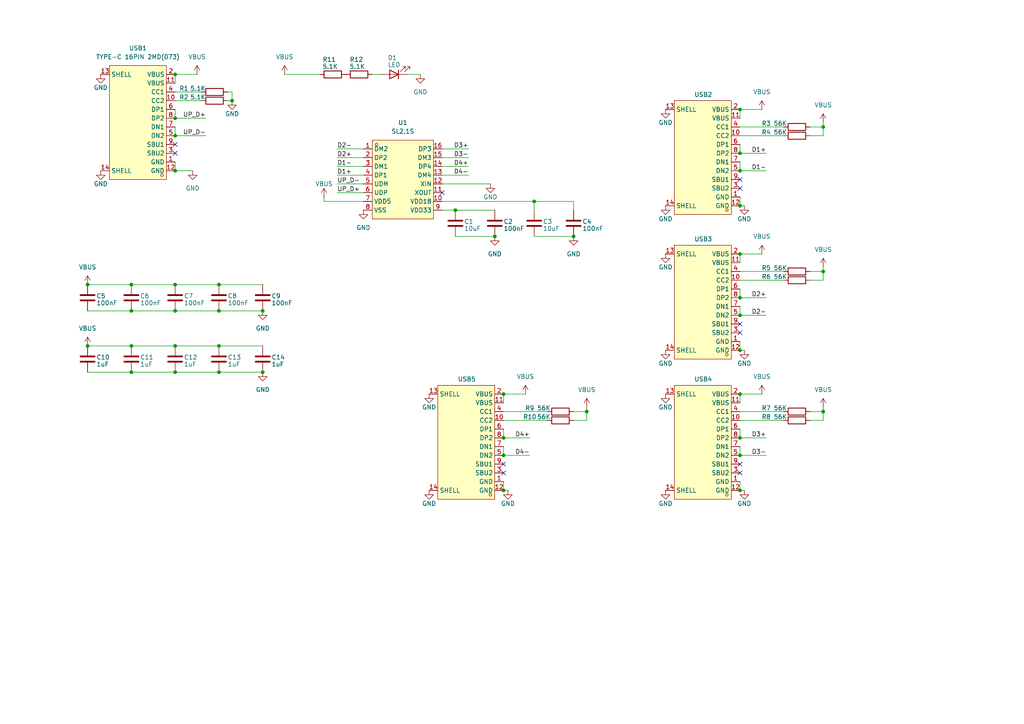
<source format=kicad_sch>
(kicad_sch (version 20250114) (generator "eeschema") (generator_version "9.0")
  (paper "A4")
  (lib_symbols
    (symbol "Device:C" (pin_numbers (hide yes)) (pin_names (offset 0.254))
      (property "Reference" "C" (at 0.635 2.54 0))
      (property "Value" "C" (at 0.635 -2.54 0))
      (symbol "C_0_1"
        (polyline (pts (xy -2.032 0.762) (xy 2.032 0.762)) (stroke (width 0.508)))
        (polyline (pts (xy -2.032 -0.762) (xy 2.032 -0.762)) (stroke (width 0.508)))
      )
      (symbol "C_1_1"
        (pin passive line (at 0 3.81 270) (length 2.794) (name "~") (number "1"))
        (pin passive line (at 0 -3.81 90) (length 2.794) (name "~") (number "2"))
      )
    )
    (symbol "Device:LED" (pin_numbers (hide yes)) (pin_names (offset 1.016) (hide yes))
      (property "Reference" "D" (at 0 2.54 0))
      (property "Value" "LED" (at 0 -2.54 0))
      (symbol "LED_0_1"
        (polyline (pts (xy -3.048 -0.762) (xy -4.572 -2.286) (xy -3.81 -2.286) (xy -4.572 -2.286) (xy -4.572 -1.524)))
        (polyline (pts (xy -1.778 -0.762) (xy -3.302 -2.286) (xy -2.54 -2.286) (xy -3.302 -2.286) (xy -3.302 -1.524)))
        (polyline (pts (xy -1.27 0) (xy 1.27 0)))
        (polyline (pts (xy -1.27 -1.27) (xy -1.27 1.27)) (stroke (width 0.254)))
        (polyline (pts (xy 1.27 -1.27) (xy 1.27 1.27) (xy -1.27 0) (xy 1.27 -1.27)) (stroke (width 0.254)))
      )
      (symbol "LED_1_1"
        (pin passive line (at -3.81 0 0) (length 2.54) (name "K") (number "1"))
        (pin passive line (at 3.81 0 180) (length 2.54) (name "A") (number "2"))
      )
    )
    (symbol "Device:R" (pin_numbers (hide yes)) (pin_names (offset 0))
      (property "Reference" "R" (at 2.032 0 90))
      (property "Value" "R" (at 0 0 90))
      (symbol "R_0_1"
        (rectangle (start -1.016 -2.54) (end 1.016 2.54) (stroke (width 0.254)))
      )
      (symbol "R_1_1"
        (pin passive line (at 0 3.81 270) (length 1.27) (name "~") (number "1"))
        (pin passive line (at 0 -3.81 90) (length 1.27) (name "~") (number "2"))
      )
    )
    (symbol "easyeda2kicad:SL2.1S"
      (property "Reference" "U" (at 0 13.97 0))
      (property "Value" "SL2.1S" (at 0 -13.97 0))
      (symbol "SL2.1S_0_1"
        (rectangle (start -8.89 11.43) (end 8.89 -11.43) (fill (type background)))
        (circle (center -7.62 10.16) (radius 0.38))
        (pin unspecified line (at -11.43 8.89 0) (length 2.54) (name "DM2") (number "1"))
        (pin unspecified line (at -11.43 6.35 0) (length 2.54) (name "DP2") (number "2"))
        (pin unspecified line (at -11.43 3.81 0) (length 2.54) (name "DM1") (number "3"))
        (pin unspecified line (at -11.43 1.27 0) (length 2.54) (name "DP1") (number "4"))
        (pin unspecified line (at -11.43 -1.27 0) (length 2.54) (name "UDM") (number "5"))
        (pin unspecified line (at -11.43 -3.81 0) (length 2.54) (name "UDP") (number "6"))
        (pin unspecified line (at -11.43 -6.35 0) (length 2.54) (name "VDD5") (number "7"))
        (pin unspecified line (at -11.43 -8.89 0) (length 2.54) (name "VSS") (number "8"))
        (pin unspecified line (at 11.43 8.89 180) (length 2.54) (name "DP3") (number "16"))
        (pin unspecified line (at 11.43 6.35 180) (length 2.54) (name "DM3") (number "15"))
        (pin unspecified line (at 11.43 3.81 180) (length 2.54) (name "DP4") (number "14"))
        (pin unspecified line (at 11.43 1.27 180) (length 2.54) (name "DM4") (number "13"))
        (pin unspecified line (at 11.43 -1.27 180) (length 2.54) (name "XIN") (number "12"))
        (pin unspecified line (at 11.43 -3.81 180) (length 2.54) (name "XOUT") (number "11"))
        (pin unspecified line (at 11.43 -6.35 180) (length 2.54) (name "VDD18") (number "10"))
        (pin unspecified line (at 11.43 -8.89 180) (length 2.54) (name "VDD33") (number "9"))
      )
    )
    (symbol "easyeda2kicad:TYPE-C16PIN2MD(073)"
      (property "Reference" "USB" (at -1.27 -15.24 0))
      (property "Value" "TYPE-C 16PIN 2MD(073)" (at 0 -19.05 0))
      (symbol "TYPE-C16PIN2MD(073)_0_1"
        (circle (center 6.35 -11.43) (radius 0.38))
        (rectangle (start 7.62 -12.7) (end -8.89 20.32) (fill (type background)))
        (pin unspecified line (at -11.43 17.78 0) (length 2.54) (name "SHELL") (number "13"))
        (pin unspecified line (at -11.43 -10.16 0) (length 2.54) (name "SHELL") (number "14"))
        (pin unspecified line (at 10.16 17.78 180) (length 2.54) (name "VBUS") (number "2"))
        (pin unspecified line (at 10.16 15.24 180) (length 2.54) (name "VBUS") (number "11"))
        (pin unspecified line (at 10.16 12.7 180) (length 2.54) (name "CC1") (number "4"))
        (pin unspecified line (at 10.16 10.16 180) (length 2.54) (name "CC2") (number "10"))
        (pin unspecified line (at 10.16 7.62 180) (length 2.54) (name "DP1") (number "6"))
        (pin unspecified line (at 10.16 5.08 180) (length 2.54) (name "DP2") (number "8"))
        (pin unspecified line (at 10.16 2.54 180) (length 2.54) (name "DN1") (number "7"))
        (pin unspecified line (at 10.16 0 180) (length 2.54) (name "DN2") (number "5"))
        (pin unspecified line (at 10.16 -2.54 180) (length 2.54) (name "SBU1") (number "9"))
        (pin unspecified line (at 10.16 -5.08 180) (length 2.54) (name "SBU2") (number "3"))
        (pin unspecified line (at 10.16 -7.62 180) (length 2.54) (name "GND") (number "1"))
        (pin unspecified line (at 10.16 -10.16 180) (length 2.54) (name "GND") (number "12"))
      )
    )
    (symbol "power:GND" (power) (pin_numbers (hide yes)) (pin_names (offset 0) (hide yes))
      (property "Value" "GND" (at 0 -3.81 0))
      (symbol "GND_0_1"
        (polyline (pts (xy 0 0) (xy 0 -1.27) (xy 1.27 -1.27) (xy 0 -2.54) (xy -1.27 -1.27) (xy 0 -1.27)))
      )
      (symbol "GND_1_1"
        (pin power_in line (at 0 0 270) (length 0) (name "~") (number "1"))
      )
    )
    (symbol "power:VBUS" (power) (pin_numbers (hide yes)) (pin_names (offset 0) (hide yes))
      (property "Value" "VBUS" (at 0 3.556 0))
      (symbol "VBUS_0_1"
        (polyline (pts (xy -0.762 1.27) (xy 0 2.54)))
        (polyline (pts (xy 0 2.54) (xy 0.762 1.27)))
        (polyline (pts (xy 0 0) (xy 0 2.54)))
      )
      (symbol "VBUS_1_1"
        (pin power_in line (at 0 0 90) (length 0) (name "~") (number "1"))
      )
    )
  )
  (junction (at 214.63 91.44))
  (junction (at 63.5 90.17))
  (junction (at 50.8 34.29))
  (junction (at 50.8 21.59))
  (junction (at 50.8 107.95))
  (junction (at 214.63 86.36))
  (junction (at 132.08 60.96))
  (junction (at 214.63 44.45))
  (junction (at 50.8 100.33))
  (junction (at 63.5 107.95))
  (junction (at 166.37 68.58))
  (junction (at 214.63 73.66))
  (junction (at 214.63 142.24))
  (junction (at 50.8 49.53))
  (junction (at 143.51 68.58))
  (junction (at 238.76 119.38))
  (junction (at 76.2 90.17))
  (junction (at 38.1 100.33))
  (junction (at 38.1 82.55))
  (junction (at 214.63 127))
  (junction (at 38.1 107.95))
  (junction (at 154.94 58.42))
  (junction (at 214.63 49.53))
  (junction (at 214.63 59.69))
  (junction (at 214.63 132.08))
  (junction (at 214.63 31.75))
  (junction (at 214.63 114.3))
  (junction (at 63.5 100.33))
  (junction (at 146.05 114.3))
  (junction (at 238.76 78.74))
  (junction (at 170.18 119.38))
  (junction (at 146.05 132.08))
  (junction (at 50.8 82.55))
  (junction (at 238.76 36.83))
  (junction (at 38.1 90.17))
  (junction (at 146.05 127))
  (junction (at 25.4 82.55))
  (junction (at 50.8 90.17))
  (junction (at 214.63 101.6))
  (junction (at 25.4 100.33))
  (junction (at 76.2 107.95))
  (junction (at 67.31 29.21))
  (junction (at 50.8 39.37))
  (junction (at 146.05 142.24))
  (junction (at 63.5 82.55))
  (no_connect (at 50.8 41.91))
  (no_connect (at 214.63 137.16))
  (no_connect (at 214.63 134.62))
  (no_connect (at 214.63 52.07))
  (no_connect (at 128.27 55.88))
  (no_connect (at 50.8 44.45))
  (no_connect (at 146.05 134.62))
  (no_connect (at 214.63 96.52))
  (no_connect (at 146.05 137.16))
  (no_connect (at 214.63 54.61))
  (no_connect (at 214.63 93.98))
  (wire (pts (xy 132.08 60.96) (xy 128.27 60.96)))
  (wire (pts (xy 222.25 127) (xy 214.63 127)))
  (wire (pts (xy 238.76 81.28) (xy 234.95 81.28)))
  (wire (pts (xy 158.75 119.38) (xy 146.05 119.38)))
  (wire (pts (xy 58.42 29.21) (xy 50.8 29.21)))
  (wire (pts (xy 50.8 21.59) (xy 57.15 21.59)))
  (wire (pts (xy 214.63 73.66) (xy 214.63 76.2)))
  (wire (pts (xy 132.08 60.96) (xy 143.51 60.96)))
  (wire (pts (xy 128.27 58.42) (xy 154.94 58.42)))
  (wire (pts (xy 170.18 119.38) (xy 166.37 119.38)))
  (wire (pts (xy 222.25 91.44) (xy 214.63 91.44)))
  (wire (pts (xy 25.4 90.17) (xy 38.1 90.17)))
  (wire (pts (xy 214.63 88.9) (xy 214.63 91.44)))
  (wire (pts (xy 132.08 68.58) (xy 143.51 68.58)))
  (wire (pts (xy 153.67 127) (xy 146.05 127)))
  (wire (pts (xy 50.8 36.83) (xy 50.8 39.37)))
  (wire (pts (xy 50.8 100.33) (xy 63.5 100.33)))
  (wire (pts (xy 214.63 57.15) (xy 214.63 59.69)))
  (wire (pts (xy 97.79 45.72) (xy 105.41 45.72)))
  (wire (pts (xy 222.25 86.36) (xy 214.63 86.36)))
  (wire (pts (xy 238.76 77.47) (xy 238.76 78.74)))
  (wire (pts (xy 97.79 48.26) (xy 105.41 48.26)))
  (wire (pts (xy 227.33 36.83) (xy 214.63 36.83)))
  (wire (pts (xy 238.76 121.92) (xy 234.95 121.92)))
  (wire (pts (xy 154.94 58.42) (xy 166.37 58.42)))
  (wire (pts (xy 93.98 57.15) (xy 93.98 58.42)))
  (wire (pts (xy 38.1 100.33) (xy 50.8 100.33)))
  (wire (pts (xy 214.63 99.06) (xy 214.63 101.6)))
  (wire (pts (xy 227.33 121.92) (xy 214.63 121.92)))
  (wire (pts (xy 220.98 31.75) (xy 214.63 31.75)))
  (wire (pts (xy 227.33 39.37) (xy 214.63 39.37)))
  (wire (pts (xy 238.76 39.37) (xy 234.95 39.37)))
  (wire (pts (xy 135.89 45.72) (xy 128.27 45.72)))
  (wire (pts (xy 59.69 39.37) (xy 50.8 39.37)))
  (wire (pts (xy 97.79 55.88) (xy 105.41 55.88)))
  (wire (pts (xy 238.76 119.38) (xy 234.95 119.38)))
  (wire (pts (xy 222.25 49.53) (xy 214.63 49.53)))
  (wire (pts (xy 50.8 46.99) (xy 50.8 49.53)))
  (wire (pts (xy 146.05 124.46) (xy 146.05 127)))
  (wire (pts (xy 50.8 82.55) (xy 63.5 82.55)))
  (wire (pts (xy 214.63 114.3) (xy 214.63 116.84)))
  (wire (pts (xy 110.49 21.59) (xy 107.95 21.59)))
  (wire (pts (xy 238.76 36.83) (xy 238.76 39.37)))
  (wire (pts (xy 214.63 83.82) (xy 214.63 86.36)))
  (wire (pts (xy 67.31 26.67) (xy 67.31 29.21)))
  (wire (pts (xy 92.71 21.59) (xy 82.55 21.59)))
  (wire (pts (xy 238.76 78.74) (xy 238.76 81.28)))
  (wire (pts (xy 97.79 53.34) (xy 105.41 53.34)))
  (wire (pts (xy 227.33 78.74) (xy 214.63 78.74)))
  (wire (pts (xy 238.76 35.56) (xy 238.76 36.83)))
  (wire (pts (xy 50.8 21.59) (xy 50.8 24.13)))
  (wire (pts (xy 38.1 107.95) (xy 50.8 107.95)))
  (wire (pts (xy 214.63 129.54) (xy 214.63 132.08)))
  (wire (pts (xy 170.18 118.11) (xy 170.18 119.38)))
  (wire (pts (xy 147.32 142.24) (xy 146.05 142.24)))
  (wire (pts (xy 38.1 82.55) (xy 50.8 82.55)))
  (wire (pts (xy 214.63 41.91) (xy 214.63 44.45)))
  (wire (pts (xy 227.33 119.38) (xy 214.63 119.38)))
  (wire (pts (xy 222.25 132.08) (xy 214.63 132.08)))
  (wire (pts (xy 67.31 26.67) (xy 66.04 26.67)))
  (wire (pts (xy 25.4 107.95) (xy 38.1 107.95)))
  (wire (pts (xy 25.4 100.33) (xy 38.1 100.33)))
  (wire (pts (xy 214.63 31.75) (xy 214.63 34.29)))
  (wire (pts (xy 146.05 139.7) (xy 146.05 142.24)))
  (wire (pts (xy 154.94 58.42) (xy 154.94 60.96)))
  (wire (pts (xy 220.98 73.66) (xy 214.63 73.66)))
  (wire (pts (xy 153.67 132.08) (xy 146.05 132.08)))
  (wire (pts (xy 238.76 118.11) (xy 238.76 119.38)))
  (wire (pts (xy 166.37 58.42) (xy 166.37 60.96)))
  (wire (pts (xy 50.8 90.17) (xy 63.5 90.17)))
  (wire (pts (xy 63.5 90.17) (xy 76.2 90.17)))
  (wire (pts (xy 38.1 90.17) (xy 50.8 90.17)))
  (wire (pts (xy 215.9 142.24) (xy 214.63 142.24)))
  (wire (pts (xy 215.9 101.6) (xy 214.63 101.6)))
  (wire (pts (xy 170.18 119.38) (xy 170.18 121.92)))
  (wire (pts (xy 63.5 107.95) (xy 76.2 107.95)))
  (wire (pts (xy 50.8 34.29) (xy 50.8 31.75)))
  (wire (pts (xy 146.05 114.3) (xy 146.05 116.84)))
  (wire (pts (xy 121.92 21.59) (xy 118.11 21.59)))
  (wire (pts (xy 227.33 81.28) (xy 214.63 81.28)))
  (wire (pts (xy 63.5 82.55) (xy 76.2 82.55)))
  (wire (pts (xy 238.76 119.38) (xy 238.76 121.92)))
  (wire (pts (xy 146.05 129.54) (xy 146.05 132.08)))
  (wire (pts (xy 93.98 58.42) (xy 105.41 58.42)))
  (wire (pts (xy 97.79 43.18) (xy 105.41 43.18)))
  (wire (pts (xy 220.98 114.3) (xy 214.63 114.3)))
  (wire (pts (xy 214.63 139.7) (xy 214.63 142.24)))
  (wire (pts (xy 135.89 43.18) (xy 128.27 43.18)))
  (wire (pts (xy 97.79 50.8) (xy 105.41 50.8)))
  (wire (pts (xy 222.25 44.45) (xy 214.63 44.45)))
  (wire (pts (xy 142.24 53.34) (xy 128.27 53.34)))
  (wire (pts (xy 63.5 100.33) (xy 76.2 100.33)))
  (wire (pts (xy 50.8 107.95) (xy 63.5 107.95)))
  (wire (pts (xy 152.4 114.3) (xy 146.05 114.3)))
  (wire (pts (xy 215.9 59.69) (xy 214.63 59.69)))
  (wire (pts (xy 55.88 49.53) (xy 50.8 49.53)))
  (wire (pts (xy 154.94 68.58) (xy 166.37 68.58)))
  (wire (pts (xy 135.89 50.8) (xy 128.27 50.8)))
  (wire (pts (xy 58.42 26.67) (xy 50.8 26.67)))
  (wire (pts (xy 170.18 121.92) (xy 166.37 121.92)))
  (wire (pts (xy 214.63 124.46) (xy 214.63 127)))
  (wire (pts (xy 67.31 29.21) (xy 66.04 29.21)))
  (wire (pts (xy 25.4 82.55) (xy 38.1 82.55)))
  (wire (pts (xy 214.63 46.99) (xy 214.63 49.53)))
  (wire (pts (xy 158.75 121.92) (xy 146.05 121.92)))
  (wire (pts (xy 135.89 48.26) (xy 128.27 48.26)))
  (wire (pts (xy 238.76 78.74) (xy 234.95 78.74)))
  (wire (pts (xy 59.69 34.29) (xy 50.8 34.29)))
  (wire (pts (xy 238.76 36.83) (xy 234.95 36.83)))
  (label "UP_D-" (at 97.79 53.34 0))
  (label "UP_D+" (at 97.79 55.88 0))
  (label "D2-" (at 97.79 43.18 0))
  (label "UP_D+" (at 59.69 34.29 180))
  (label "D1-" (at 97.79 48.26 0))
  (label "D4-" (at 153.67 132.08 180))
  (label "D1+" (at 97.79 50.8 0))
  (label "D2+" (at 222.25 86.36 180))
  (label "D3+" (at 222.25 127 180))
  (label "D1-" (at 222.25 49.53 180))
  (label "UP_D-" (at 59.69 39.37 180))
  (label "D4-" (at 135.89 50.8 180))
  (label "D4+" (at 153.67 127 180))
  (label "D2+" (at 97.79 45.72 0))
  (label "D2-" (at 222.25 91.44 180))
  (label "D3-" (at 222.25 132.08 180))
  (label "D3+" (at 135.89 43.18 180))
  (label "D4+" (at 135.89 48.26 180))
  (label "D3-" (at 135.89 45.72 180))
  (label "D1+" (at 222.25 44.45 180))
  (symbol (lib_id "Device:R") (at 162.56 121.92 90) (unit 1)
    (property "Reference" "R10" (at 153.67 120.904 90))
    (property "Value" "56K" (at 157.734 120.904 90))
    (property "Footprint" "Resistor_SMD:R_0402_1005Metric" (effects (hide yes)))
    (property "Description" "Resistor" (effects (hide yes)))
    (property "LCSC Part" "C25796" (effects (hide yes)))
  )
  (symbol (lib_id "Device:C") (at 166.37 64.77 0) (unit 1)
    (property "Reference" "C4" (at 168.91 64.262 0) (effects (justify left)))
    (property "Value" "100nF" (at 168.91 66.294 0) (effects (justify left)))
    (property "Footprint" "Capacitor_SMD:C_0402_1005Metric" (effects (hide yes)))
    (property "Description" "Unpolarized capacitor" (effects (hide yes)))
    (property "LCSC Part" "C1525" (effects (hide yes)))
  )
  (symbol (lib_id "Device:C") (at 50.8 104.14 0) (unit 1)
    (property "Reference" "C12" (at 53.34 103.632 0) (effects (justify left)))
    (property "Value" "1uF" (at 53.34 105.664 0) (effects (justify left)))
    (property "Footprint" "Capacitor_SMD:C_0402_1005Metric" (effects (hide yes)))
    (property "Description" "Unpolarized capacitor" (effects (hide yes)))
    (property "LCSC Part" "C28323" (effects (hide yes)))
  )
  (symbol (lib_id "Device:R") (at 62.23 29.21 90) (unit 1)
    (property "Reference" "R2" (at 53.34 28.194 90))
    (property "Value" "5.1K" (at 57.404 28.194 90))
    (property "Footprint" "Resistor_SMD:R_0402_1005Metric" (effects (hide yes)))
    (property "Description" "Resistor" (effects (hide yes)))
    (property "LCSC Part" "C25905" (effects (hide yes)))
  )
  (symbol (lib_id "power:GND") (at 124.46 114.3 0) (mirror y) (unit 1)
    (property "Reference" "#PWR026" (effects (hide yes)))
    (property "Value" "GND" (at 124.46 118.11 0))
    (property "Description" "Power symbol creates a global label with name \"GND\" , ground" (effects (hide yes)))
  )
  (symbol (lib_id "easyeda2kicad:TYPE-C16PIN2MD(073)") (at 204.47 49.53 0) (unit 1)
    (property "Reference" "USB2" (at 203.962 27.432 0))
    (property "Value" "TYPE-C 16PIN 2MD(073)" (effects (hide yes)))
    (property "Footprint" "easyeda2kicad:USB-C-SMD_TYPE-C-6PIN-2MD-073" (effects (hide yes)))
    (property "LCSC Part" "C2765186" (effects (hide yes)))
  )
  (symbol (lib_id "power:GND") (at 147.32 142.24 0) (mirror y) (unit 1)
    (property "Reference" "#PWR028" (effects (hide yes)))
    (property "Value" "GND" (at 147.32 146.05 0))
    (property "Description" "Power symbol creates a global label with name \"GND\" , ground" (effects (hide yes)))
  )
  (symbol (lib_id "Device:R") (at 162.56 119.38 90) (unit 1)
    (property "Reference" "R9" (at 153.67 118.364 90))
    (property "Value" "56K" (at 157.734 118.364 90))
    (property "Footprint" "Resistor_SMD:R_0402_1005Metric" (effects (hide yes)))
    (property "Description" "Resistor" (effects (hide yes)))
    (property "LCSC Part" "C25796" (effects (hide yes)))
  )
  (symbol (lib_id "power:GND") (at 193.04 101.6 0) (mirror y) (unit 1)
    (property "Reference" "#PWR017" (effects (hide yes)))
    (property "Value" "GND" (at 193.04 105.41 0))
    (property "Description" "Power symbol creates a global label with name \"GND\" , ground" (effects (hide yes)))
  )
  (symbol (lib_id "Device:R") (at 231.14 119.38 90) (unit 1)
    (property "Reference" "R7" (at 222.25 118.364 90))
    (property "Value" "56K" (at 226.314 118.364 90))
    (property "Footprint" "Resistor_SMD:R_0402_1005Metric" (effects (hide yes)))
    (property "Description" "Resistor" (effects (hide yes)))
    (property "LCSC Part" "C25796" (effects (hide yes)))
  )
  (symbol (lib_id "power:VBUS") (at 220.98 73.66 0) (mirror y) (unit 1)
    (property "Reference" "#PWR019" (effects (hide yes)))
    (property "Value" "VBUS" (at 220.98 68.58 0))
    (property "Description" "Power symbol creates a global label with name \"VBUS\"" (effects (hide yes)))
  )
  (symbol (lib_id "power:GND") (at 124.46 142.24 0) (mirror y) (unit 1)
    (property "Reference" "#PWR027" (effects (hide yes)))
    (property "Value" "GND" (at 124.46 146.05 0))
    (property "Description" "Power symbol creates a global label with name \"GND\" , ground" (effects (hide yes)))
  )
  (symbol (lib_id "power:VBUS") (at 57.15 21.59 0) (unit 1)
    (property "Reference" "#PWR02" (effects (hide yes)))
    (property "Value" "VBUS" (at 57.15 16.51 0))
    (property "Description" "Power symbol creates a global label with name \"VBUS\"" (effects (hide yes)))
  )
  (symbol (lib_id "Device:C") (at 76.2 104.14 0) (unit 1)
    (property "Reference" "C14" (at 78.74 103.632 0) (effects (justify left)))
    (property "Value" "1uF" (at 78.74 105.664 0) (effects (justify left)))
    (property "Footprint" "Capacitor_SMD:C_0402_1005Metric" (effects (hide yes)))
    (property "Description" "Unpolarized capacitor" (effects (hide yes)))
    (property "LCSC Part" "C28323" (effects (hide yes)))
  )
  (symbol (lib_id "easyeda2kicad:TYPE-C16PIN2MD(073)") (at 204.47 91.44 0) (unit 1)
    (property "Reference" "USB3" (at 203.962 69.342 0))
    (property "Value" "TYPE-C 16PIN 2MD(073)" (effects (hide yes)))
    (property "Footprint" "easyeda2kicad:USB-C-SMD_TYPE-C-6PIN-2MD-073" (effects (hide yes)))
    (property "LCSC Part" "C2765186" (effects (hide yes)))
  )
  (symbol (lib_id "power:VBUS") (at 170.18 118.11 0) (unit 1)
    (property "Reference" "#PWR030" (effects (hide yes)))
    (property "Value" "VBUS" (at 170.18 113.03 0))
    (property "Description" "Power symbol creates a global label with name \"VBUS\"" (effects (hide yes)))
  )
  (symbol (lib_id "easyeda2kicad:SL2.1S") (at 116.84 52.07 0) (unit 1)
    (property "Reference" "U1" (at 116.84 35.56 0))
    (property "Value" "SL2.1S" (at 116.84 38.1 0))
    (property "Footprint" "easyeda2kicad:SSOP-16_L4.6-W2.6-P0.53-LS4.0-BL" (effects (hide yes)))
    (property "LCSC Part" "C2684433" (effects (hide yes)))
  )
  (symbol (lib_id "power:GND") (at 105.41 60.96 0) (mirror y) (unit 1)
    (property "Reference" "#PWR04" (effects (hide yes)))
    (property "Value" "GND" (at 105.41 66.04 0))
    (property "Description" "Power symbol creates a global label with name \"GND\" , ground" (effects (hide yes)))
  )
  (symbol (lib_id "power:GND") (at 143.51 68.58 0) (mirror y) (unit 1)
    (property "Reference" "#PWR05" (effects (hide yes)))
    (property "Value" "GND" (at 143.51 73.66 0))
    (property "Description" "Power symbol creates a global label with name \"GND\" , ground" (effects (hide yes)))
  )
  (symbol (lib_id "Device:C") (at 154.94 64.77 0) (unit 1)
    (property "Reference" "C3" (at 157.48 64.262 0) (effects (justify left)))
    (property "Value" "10uF" (at 157.48 66.294 0) (effects (justify left)))
    (property "Footprint" "Capacitor_SMD:C_0402_1005Metric" (effects (hide yes)))
    (property "Description" "Unpolarized capacitor" (effects (hide yes)))
    (property "LCSC Part" "C315248" (effects (hide yes)))
  )
  (symbol (lib_id "Device:LED") (at 114.3 21.59 180) (unit 1)
    (property "Reference" "D1" (at 113.792 16.764 0))
    (property "Value" "LED" (at 114.3 18.796 0))
    (property "Footprint" "LED_SMD:LED_0402_1005Metric" (effects (hide yes)))
    (property "Description" "Light emitting diode" (effects (hide yes)))
    (property "Sim.Pins" "1=K 2=A" (effects (hide yes)))
    (property "LCSC Part" "C20608784" (effects (hide yes)))
  )
  (symbol (lib_id "power:GND") (at 29.21 49.53 0) (mirror y) (unit 1)
    (property "Reference" "#PWR010" (effects (hide yes)))
    (property "Value" "GND" (at 29.21 53.34 0))
    (property "Description" "Power symbol creates a global label with name \"GND\" , ground" (effects (hide yes)))
  )
  (symbol (lib_id "power:GND") (at 215.9 142.24 0) (mirror y) (unit 1)
    (property "Reference" "#PWR023" (effects (hide yes)))
    (property "Value" "GND" (at 215.9 146.05 0))
    (property "Description" "Power symbol creates a global label with name \"GND\" , ground" (effects (hide yes)))
  )
  (symbol (lib_id "Device:C") (at 76.2 86.36 0) (unit 1)
    (property "Reference" "C9" (at 78.74 85.852 0) (effects (justify left)))
    (property "Value" "100nF" (at 78.74 87.884 0) (effects (justify left)))
    (property "Footprint" "Capacitor_SMD:C_0402_1005Metric" (effects (hide yes)))
    (property "Description" "Unpolarized capacitor" (effects (hide yes)))
    (property "LCSC Part" "C1525" (effects (hide yes)))
  )
  (symbol (lib_id "power:GND") (at 55.88 49.53 0) (mirror y) (unit 1)
    (property "Reference" "#PWR01" (effects (hide yes)))
    (property "Value" "GND" (at 55.88 54.61 0))
    (property "Description" "Power symbol creates a global label with name \"GND\" , ground" (effects (hide yes)))
  )
  (symbol (lib_id "power:GND") (at 67.31 29.21 0) (mirror y) (unit 1)
    (property "Reference" "#PWR03" (effects (hide yes)))
    (property "Value" "GND" (at 67.31 33.02 0))
    (property "Description" "Power symbol creates a global label with name \"GND\" , ground" (effects (hide yes)))
  )
  (symbol (lib_id "power:GND") (at 193.04 142.24 0) (mirror y) (unit 1)
    (property "Reference" "#PWR022" (effects (hide yes)))
    (property "Value" "GND" (at 193.04 146.05 0))
    (property "Description" "Power symbol creates a global label with name \"GND\" , ground" (effects (hide yes)))
  )
  (symbol (lib_id "power:VBUS") (at 238.76 35.56 0) (unit 1)
    (property "Reference" "#PWR014" (effects (hide yes)))
    (property "Value" "VBUS" (at 238.76 30.48 0))
    (property "Description" "Power symbol creates a global label with name \"VBUS\"" (effects (hide yes)))
  )
  (symbol (lib_id "power:GND") (at 193.04 31.75 0) (mirror y) (unit 1)
    (property "Reference" "#PWR012" (effects (hide yes)))
    (property "Value" "GND" (at 193.04 35.56 0))
    (property "Description" "Power symbol creates a global label with name \"GND\" , ground" (effects (hide yes)))
  )
  (symbol (lib_id "power:VBUS") (at 93.98 57.15 0) (mirror y) (unit 1)
    (property "Reference" "#PWR07" (effects (hide yes)))
    (property "Value" "VBUS" (at 93.98 53.34 0))
    (property "Description" "Power symbol creates a global label with name \"VBUS\"" (effects (hide yes)))
  )
  (symbol (lib_id "power:GND") (at 76.2 90.17 0) (mirror y) (unit 1)
    (property "Reference" "#PWR032" (effects (hide yes)))
    (property "Value" "GND" (at 76.2 95.25 0))
    (property "Description" "Power symbol creates a global label with name \"GND\" , ground" (effects (hide yes)))
  )
  (symbol (lib_id "power:GND") (at 215.9 101.6 0) (mirror y) (unit 1)
    (property "Reference" "#PWR018" (effects (hide yes)))
    (property "Value" "GND" (at 215.9 105.41 0))
    (property "Description" "Power symbol creates a global label with name \"GND\" , ground" (effects (hide yes)))
  )
  (symbol (lib_id "Device:R") (at 231.14 36.83 90) (unit 1)
    (property "Reference" "R3" (at 222.25 35.814 90))
    (property "Value" "56K" (at 226.314 35.814 90))
    (property "Footprint" "Resistor_SMD:R_0402_1005Metric" (effects (hide yes)))
    (property "Description" "Resistor" (effects (hide yes)))
    (property "LCSC Part" "C25796" (effects (hide yes)))
  )
  (symbol (lib_id "power:VBUS") (at 82.55 21.59 0) (unit 1)
    (property "Reference" "#PWR035" (effects (hide yes)))
    (property "Value" "VBUS" (at 82.55 16.51 0))
    (property "Description" "Power symbol creates a global label with name \"VBUS\"" (effects (hide yes)))
  )
  (symbol (lib_id "power:VBUS") (at 25.4 100.33 0) (unit 1)
    (property "Reference" "#PWR033" (effects (hide yes)))
    (property "Value" "VBUS" (at 25.4 95.25 0))
    (property "Description" "Power symbol creates a global label with name \"VBUS\"" (effects (hide yes)))
  )
  (symbol (lib_id "Device:R") (at 231.14 121.92 90) (unit 1)
    (property "Reference" "R8" (at 222.25 120.904 90))
    (property "Value" "56K" (at 226.314 120.904 90))
    (property "Footprint" "Resistor_SMD:R_0402_1005Metric" (effects (hide yes)))
    (property "Description" "Resistor" (effects (hide yes)))
    (property "LCSC Part" "C25796" (effects (hide yes)))
  )
  (symbol (lib_id "power:GND") (at 142.24 53.34 0) (mirror y) (unit 1)
    (property "Reference" "#PWR09" (effects (hide yes)))
    (property "Value" "GND" (at 142.24 57.15 0))
    (property "Description" "Power symbol creates a global label with name \"GND\" , ground" (effects (hide yes)))
  )
  (symbol (lib_id "power:GND") (at 193.04 59.69 0) (mirror y) (unit 1)
    (property "Reference" "#PWR08" (effects (hide yes)))
    (property "Value" "GND" (at 193.04 63.5 0))
    (property "Description" "Power symbol creates a global label with name \"GND\" , ground" (effects (hide yes)))
  )
  (symbol (lib_id "power:GND") (at 76.2 107.95 0) (mirror y) (unit 1)
    (property "Reference" "#PWR034" (effects (hide yes)))
    (property "Value" "GND" (at 76.2 113.03 0))
    (property "Description" "Power symbol creates a global label with name \"GND\" , ground" (effects (hide yes)))
  )
  (symbol (lib_id "Device:C") (at 38.1 86.36 0) (unit 1)
    (property "Reference" "C6" (at 40.64 85.852 0) (effects (justify left)))
    (property "Value" "100nF" (at 40.64 87.884 0) (effects (justify left)))
    (property "Footprint" "Capacitor_SMD:C_0402_1005Metric" (effects (hide yes)))
    (property "Description" "Unpolarized capacitor" (effects (hide yes)))
    (property "LCSC Part" "C1525" (effects (hide yes)))
  )
  (symbol (lib_id "Device:C") (at 143.51 64.77 0) (unit 1)
    (property "Reference" "C2" (at 146.05 64.262 0) (effects (justify left)))
    (property "Value" "100nF" (at 146.05 66.294 0) (effects (justify left)))
    (property "Footprint" "Capacitor_SMD:C_0402_1005Metric" (effects (hide yes)))
    (property "Description" "Unpolarized capacitor" (effects (hide yes)))
    (property "LCSC Part" "C1525" (effects (hide yes)))
  )
  (symbol (lib_id "Device:C") (at 63.5 86.36 0) (unit 1)
    (property "Reference" "C8" (at 66.04 85.852 0) (effects (justify left)))
    (property "Value" "100nF" (at 66.04 87.884 0) (effects (justify left)))
    (property "Footprint" "Capacitor_SMD:C_0402_1005Metric" (effects (hide yes)))
    (property "Description" "Unpolarized capacitor" (effects (hide yes)))
    (property "LCSC Part" "C1525" (effects (hide yes)))
  )
  (symbol (lib_id "Device:R") (at 231.14 78.74 90) (unit 1)
    (property "Reference" "R5" (at 222.25 77.724 90))
    (property "Value" "56K" (at 226.314 77.724 90))
    (property "Footprint" "Resistor_SMD:R_0402_1005Metric" (effects (hide yes)))
    (property "Description" "Resistor" (effects (hide yes)))
    (property "LCSC Part" "C25796" (effects (hide yes)))
  )
  (symbol (lib_id "Device:R") (at 96.52 21.59 90) (unit 1)
    (property "Reference" "R11" (at 95.504 17.272 90))
    (property "Value" "5.1K" (at 95.758 19.304 90))
    (property "Footprint" "Resistor_SMD:R_0402_1005Metric" (effects (hide yes)))
    (property "Description" "Resistor" (effects (hide yes)))
    (property "LCSC Part" "C25905" (effects (hide yes)))
  )
  (symbol (lib_id "easyeda2kicad:TYPE-C16PIN2MD(073)") (at 204.47 132.08 0) (unit 1)
    (property "Reference" "USB4" (at 203.962 109.982 0))
    (property "Value" "TYPE-C 16PIN 2MD(073)" (effects (hide yes)))
    (property "Footprint" "easyeda2kicad:USB-C-SMD_TYPE-C-6PIN-2MD-073" (effects (hide yes)))
    (property "LCSC Part" "C2765186" (effects (hide yes)))
  )
  (symbol (lib_id "power:VBUS") (at 220.98 31.75 0) (mirror y) (unit 1)
    (property "Reference" "#PWR015" (effects (hide yes)))
    (property "Value" "VBUS" (at 220.98 26.67 0))
    (property "Description" "Power symbol creates a global label with name \"VBUS\"" (effects (hide yes)))
  )
  (symbol (lib_id "Device:C") (at 63.5 104.14 0) (unit 1)
    (property "Reference" "C13" (at 66.04 103.632 0) (effects (justify left)))
    (property "Value" "1uF" (at 66.04 105.664 0) (effects (justify left)))
    (property "Footprint" "Capacitor_SMD:C_0402_1005Metric" (effects (hide yes)))
    (property "Description" "Unpolarized capacitor" (effects (hide yes)))
    (property "LCSC Part" "C28323" (effects (hide yes)))
  )
  (symbol (lib_id "easyeda2kicad:TYPE-C16PIN2MD(073)") (at 40.64 39.37 0) (unit 1)
    (property "Reference" "USB1" (at 40.005 13.97 0))
    (property "Value" "TYPE-C 16PIN 2MD(073)" (at 40.005 16.51 0))
    (property "Footprint" "easyeda2kicad:USB-C-SMD_TYPE-C-6PIN-2MD-073" (effects (hide yes)))
    (property "LCSC Part" "C2765186" (effects (hide yes)))
  )
  (symbol (lib_id "power:VBUS") (at 152.4 114.3 0) (mirror y) (unit 1)
    (property "Reference" "#PWR029" (effects (hide yes)))
    (property "Value" "VBUS" (at 152.4 109.22 0))
    (property "Description" "Power symbol creates a global label with name \"VBUS\"" (effects (hide yes)))
  )
  (symbol (lib_id "Device:C") (at 38.1 104.14 0) (unit 1)
    (property "Reference" "C11" (at 40.64 103.632 0) (effects (justify left)))
    (property "Value" "1uF" (at 40.64 105.664 0) (effects (justify left)))
    (property "Footprint" "Capacitor_SMD:C_0402_1005Metric" (effects (hide yes)))
    (property "Description" "Unpolarized capacitor" (effects (hide yes)))
    (property "LCSC Part" "C28323" (effects (hide yes)))
  )
  (symbol (lib_id "power:VBUS") (at 220.98 114.3 0) (mirror y) (unit 1)
    (property "Reference" "#PWR024" (effects (hide yes)))
    (property "Value" "VBUS" (at 220.98 109.22 0))
    (property "Description" "Power symbol creates a global label with name \"VBUS\"" (effects (hide yes)))
  )
  (symbol (lib_id "power:GND") (at 121.92 21.59 0) (mirror y) (unit 1)
    (property "Reference" "#PWR036" (effects (hide yes)))
    (property "Value" "GND" (at 121.92 26.67 0))
    (property "Description" "Power symbol creates a global label with name \"GND\" , ground" (effects (hide yes)))
  )
  (symbol (lib_id "power:VBUS") (at 238.76 118.11 0) (unit 1)
    (property "Reference" "#PWR025" (effects (hide yes)))
    (property "Value" "VBUS" (at 238.76 113.03 0))
    (property "Description" "Power symbol creates a global label with name \"VBUS\"" (effects (hide yes)))
  )
  (symbol (lib_id "power:GND") (at 215.9 59.69 0) (mirror y) (unit 1)
    (property "Reference" "#PWR013" (effects (hide yes)))
    (property "Value" "GND" (at 215.9 63.5 0))
    (property "Description" "Power symbol creates a global label with name \"GND\" , ground" (effects (hide yes)))
  )
  (symbol (lib_id "Device:C") (at 25.4 104.14 0) (unit 1)
    (property "Reference" "C10" (at 27.94 103.632 0) (effects (justify left)))
    (property "Value" "1uF" (at 27.94 105.664 0) (effects (justify left)))
    (property "Footprint" "Capacitor_SMD:C_0402_1005Metric" (effects (hide yes)))
    (property "Description" "Unpolarized capacitor" (effects (hide yes)))
    (property "LCSC Part" "C28323" (effects (hide yes)))
  )
  (symbol (lib_id "power:GND") (at 166.37 68.58 0) (mirror y) (unit 1)
    (property "Reference" "#PWR06" (effects (hide yes)))
    (property "Value" "GND" (at 166.37 73.66 0))
    (property "Description" "Power symbol creates a global label with name \"GND\" , ground" (effects (hide yes)))
  )
  (symbol (lib_id "Device:C") (at 132.08 64.77 0) (unit 1)
    (property "Reference" "C1" (at 134.62 64.262 0) (effects (justify left)))
    (property "Value" "10uF" (at 134.62 66.294 0) (effects (justify left)))
    (property "Footprint" "Capacitor_SMD:C_0402_1005Metric" (effects (hide yes)))
    (property "Description" "Unpolarized capacitor" (effects (hide yes)))
    (property "LCSC Part" "C315248" (effects (hide yes)))
  )
  (symbol (lib_id "power:GND") (at 193.04 73.66 0) (mirror y) (unit 1)
    (property "Reference" "#PWR016" (effects (hide yes)))
    (property "Value" "GND" (at 193.04 77.47 0))
    (property "Description" "Power symbol creates a global label with name \"GND\" , ground" (effects (hide yes)))
  )
  (symbol (lib_id "Device:R") (at 104.14 21.59 90) (unit 1)
    (property "Reference" "R12" (at 103.378 17.272 90))
    (property "Value" "5.1K" (at 103.632 19.304 90))
    (property "Footprint" "Resistor_SMD:R_0402_1005Metric" (effects (hide yes)))
    (property "Description" "Resistor" (effects (hide yes)))
    (property "LCSC Part" "C25905" (effects (hide yes)))
  )
  (symbol (lib_id "Device:C") (at 25.4 86.36 0) (unit 1)
    (property "Reference" "C5" (at 27.94 85.852 0) (effects (justify left)))
    (property "Value" "100nF" (at 27.94 87.884 0) (effects (justify left)))
    (property "Footprint" "Capacitor_SMD:C_0402_1005Metric" (effects (hide yes)))
    (property "Description" "Unpolarized capacitor" (effects (hide yes)))
    (property "LCSC Part" "C1525" (effects (hide yes)))
  )
  (symbol (lib_id "Device:R") (at 62.23 26.67 90) (unit 1)
    (property "Reference" "R1" (at 53.34 25.654 90))
    (property "Value" "5.1K" (at 57.404 25.654 90))
    (property "Footprint" "Resistor_SMD:R_0402_1005Metric" (effects (hide yes)))
    (property "Description" "Resistor" (effects (hide yes)))
    (property "LCSC Part" "C25905" (effects (hide yes)))
  )
  (symbol (lib_id "Device:C") (at 50.8 86.36 0) (unit 1)
    (property "Reference" "C7" (at 53.34 85.852 0) (effects (justify left)))
    (property "Value" "100nF" (at 53.34 87.884 0) (effects (justify left)))
    (property "Footprint" "Capacitor_SMD:C_0402_1005Metric" (effects (hide yes)))
    (property "Description" "Unpolarized capacitor" (effects (hide yes)))
    (property "LCSC Part" "C1525" (effects (hide yes)))
  )
  (symbol (lib_id "Device:R") (at 231.14 81.28 90) (unit 1)
    (property "Reference" "R6" (at 222.25 80.264 90))
    (property "Value" "56K" (at 226.314 80.264 90))
    (property "Footprint" "Resistor_SMD:R_0402_1005Metric" (effects (hide yes)))
    (property "Description" "Resistor" (effects (hide yes)))
    (property "LCSC Part" "C25796" (effects (hide yes)))
  )
  (symbol (lib_id "power:VBUS") (at 25.4 82.55 0) (unit 1)
    (property "Reference" "#PWR031" (effects (hide yes)))
    (property "Value" "VBUS" (at 25.4 77.47 0))
    (property "Description" "Power symbol creates a global label with name \"VBUS\"" (effects (hide yes)))
  )
  (symbol (lib_id "power:VBUS") (at 238.76 77.47 0) (unit 1)
    (property "Reference" "#PWR020" (effects (hide yes)))
    (property "Value" "VBUS" (at 238.76 72.39 0))
    (property "Description" "Power symbol creates a global label with name \"VBUS\"" (effects (hide yes)))
  )
  (symbol (lib_id "power:GND") (at 193.04 114.3 0) (mirror y) (unit 1)
    (property "Reference" "#PWR021" (effects (hide yes)))
    (property "Value" "GND" (at 193.04 118.11 0))
    (property "Description" "Power symbol creates a global label with name \"GND\" , ground" (effects (hide yes)))
  )
  (symbol (lib_id "Device:R") (at 231.14 39.37 90) (unit 1)
    (property "Reference" "R4" (at 222.25 38.354 90))
    (property "Value" "56K" (at 226.314 38.354 90))
    (property "Footprint" "Resistor_SMD:R_0402_1005Metric" (effects (hide yes)))
    (property "Description" "Resistor" (effects (hide yes)))
    (property "LCSC Part" "C25796" (effects (hide yes)))
  )
  (symbol (lib_id "power:GND") (at 29.21 21.59 0) (mirror y) (unit 1)
    (property "Reference" "#PWR011" (effects (hide yes)))
    (property "Value" "GND" (at 29.21 25.4 0))
    (property "Description" "Power symbol creates a global label with name \"GND\" , ground" (effects (hide yes)))
  )
  (symbol (lib_id "easyeda2kicad:TYPE-C16PIN2MD(073)") (at 135.89 132.08 0) (unit 1)
    (property "Reference" "USB5" (at 135.382 109.982 0))
    (property "Value" "TYPE-C 16PIN 2MD(073)" (effects (hide yes)))
    (property "Footprint" "easyeda2kicad:USB-C-SMD_TYPE-C-6PIN-2MD-073" (effects (hide yes)))
    (property "LCSC Part" "C2765186" (effects (hide yes)))
  )
)
</source>
